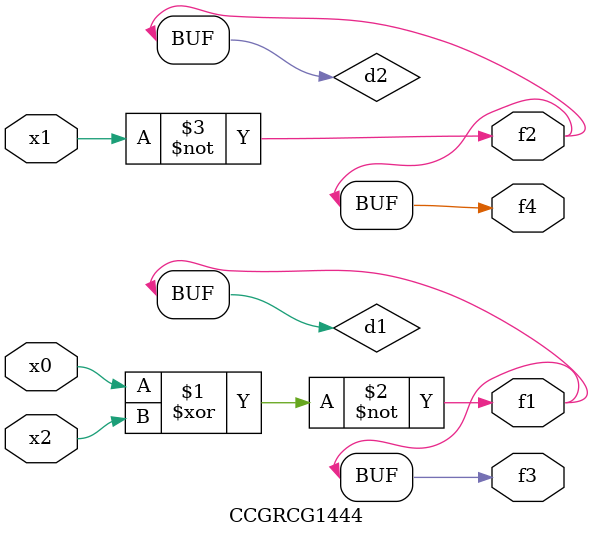
<source format=v>
module CCGRCG1444(
	input x0, x1, x2,
	output f1, f2, f3, f4
);

	wire d1, d2, d3;

	xnor (d1, x0, x2);
	nand (d2, x1);
	nor (d3, x1, x2);
	assign f1 = d1;
	assign f2 = d2;
	assign f3 = d1;
	assign f4 = d2;
endmodule

</source>
